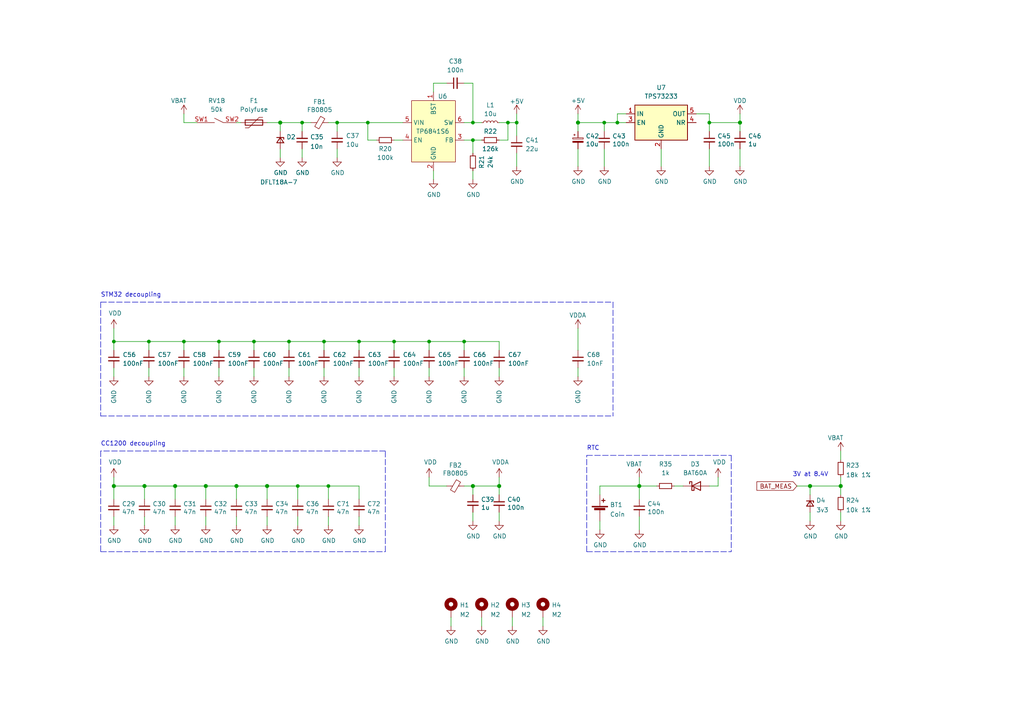
<source format=kicad_sch>
(kicad_sch (version 20211123) (generator eeschema)
  (paper "A4")
  (title_block (title "Mini17 - QRP M17 handheld") (date "2022-07-25") (rev "A") (company "M17 Project"))
  (lib_symbols
    (symbol "Device:Battery_Cell" (pin_numbers hide) (pin_names (offset 0) hide)
      (property "Reference" "BT" (at 2.54 2.54 0))
      (property "Value" "Battery_Cell" (at 2.54 0 0))
      (symbol "Battery_Cell_0_1"
        (rectangle (start -2.286 1.778) (end 2.286 1.524) (fill (type outline)))
        (rectangle (start -1.5748 1.1938) (end 1.4732 0.6858) (fill (type outline)))
        (polyline (pts (xy 0 0.762) (xy 0 0)))
        (polyline (pts (xy 0 1.778) (xy 0 2.54)))
        (polyline (pts (xy 0.508 3.429) (xy 1.524 3.429)) (stroke (width 0.254)))
        (polyline (pts (xy 1.016 3.937) (xy 1.016 2.921)) (stroke (width 0.254)))
      )
      (symbol "Battery_Cell_1_1"
        (pin passive line (at 0 5.08 270) (length 2.54) (name "+") (number "1"))
        (pin passive line (at 0 -2.54 90) (length 2.54) (name "-") (number "2"))
      )
    )
    (symbol "Device:C_Small" (pin_numbers hide) (pin_names (offset 0.254) hide)
      (property "Reference" "C" (at 0.254 1.778 0))
      (property "Value" "C_Small" (at 0.254 -2.032 0))
      (symbol "C_Small_0_1"
        (polyline (pts (xy -1.524 -0.508) (xy 1.524 -0.508)) (stroke (width 0.3302)))
        (polyline (pts (xy -1.524 0.508) (xy 1.524 0.508)) (stroke (width 0.3048)))
      )
      (symbol "C_Small_1_1"
        (pin passive line (at 0 2.54 270) (length 2.032) (name "~") (number "1"))
        (pin passive line (at 0 -2.54 90) (length 2.032) (name "~") (number "2"))
      )
    )
    (symbol "Device:D_Zener_Small" (pin_numbers hide) (pin_names (offset 0.254) hide)
      (property "Reference" "D" (at 0 2.286 0))
      (property "Value" "D_Zener_Small" (at 0 -2.286 0))
      (symbol "D_Zener_Small_0_1"
        (polyline (pts (xy 0.762 0) (xy -0.762 0)))
        (polyline (pts (xy -0.254 1.016) (xy -0.762 1.016) (xy -0.762 -1.016)) (stroke (width 0.254)))
        (polyline (pts (xy 0.762 1.016) (xy -0.762 0) (xy 0.762 -1.016) (xy 0.762 1.016)) (stroke (width 0.254)))
      )
      (symbol "D_Zener_Small_1_1"
        (pin passive line (at -2.54 0 0) (length 1.778) (name "K") (number "1"))
        (pin passive line (at 2.54 0 180) (length 1.778) (name "A") (number "2"))
      )
    )
    (symbol "Device:Ferrite_Bead_Small" (pin_numbers hide) (pin_names (offset 0))
      (property "Reference" "FB" (at 1.905 1.27 0))
      (property "Value" "Ferrite_Bead_Small" (at 1.905 -1.27 0))
      (symbol "Ferrite_Bead_Small_0_1"
        (polyline (pts (xy 0 -1.27) (xy 0 -0.7874)))
        (polyline (pts (xy 0 0.889) (xy 0 1.2954)))
        (polyline (pts (xy -1.8288 0.2794) (xy -1.1176 1.4986) (xy 1.8288 -0.2032) (xy 1.1176 -1.4224) (xy -1.8288 0.2794)))
      )
      (symbol "Ferrite_Bead_Small_1_1"
        (pin passive line (at 0 2.54 270) (length 1.27) (name "~") (number "1"))
        (pin passive line (at 0 -2.54 90) (length 1.27) (name "~") (number "2"))
      )
    )
    (symbol "Device:Polyfuse" (pin_numbers hide) (pin_names (offset 0))
      (property "Reference" "F" (at -2.54 0 90))
      (property "Value" "Polyfuse" (at 2.54 0 90))
      (symbol "Polyfuse_0_1"
        (rectangle (start -0.762 2.54) (end 0.762 -2.54) (stroke (width 0.254)))
        (polyline (pts (xy 0 2.54) (xy 0 -2.54)))
        (polyline (pts (xy -1.524 2.54) (xy -1.524 1.524) (xy 1.524 -1.524) (xy 1.524 -2.54)))
      )
      (symbol "Polyfuse_1_1"
        (pin passive line (at 0 3.81 270) (length 1.27) (name "~") (number "1"))
        (pin passive line (at 0 -3.81 90) (length 1.27) (name "~") (number "2"))
      )
    )
    (symbol "Diode:BAT60A" (pin_numbers hide) (pin_names (offset 1.016) hide)
      (property "Reference" "D" (at 0 2.54 0))
      (property "Value" "BAT60A" (at 0 -2.54 0))
      (symbol "BAT60A_0_1"
        (polyline (pts (xy 1.27 0) (xy -1.27 0)))
        (polyline (pts (xy 1.27 1.27) (xy 1.27 -1.27) (xy -1.27 0) (xy 1.27 1.27)) (stroke (width 0.254)))
        (polyline (pts (xy -1.905 0.635) (xy -1.905 1.27) (xy -1.27 1.27) (xy -1.27 -1.27) (xy -0.635 -1.27) (xy -0.635 -0.635)) (stroke (width 0.254)))
      )
      (symbol "BAT60A_1_1"
        (pin passive line (at -3.81 0 0) (length 2.54) (name "K") (number "1"))
        (pin passive line (at 3.81 0 180) (length 2.54) (name "A") (number "2"))
      )
    )
    (symbol "M17-SmartMic:R_Potentiometer_Switch" (pin_names (offset 1.016) hide)
      (property "Reference" "RV" (at -4.445 0 90))
      (property "Value" "R_Potentiometer_Switch" (at -2.54 0 90))
      (symbol "R_Potentiometer_Switch_1_1"
        (pin passive line (at 0 2.54 270) (length 0.635) (name "1") (number "1"))
        (pin passive line (at 2.54 0 180) (length 0.9906) (name "2") (number "2"))
        (pin passive line (at 0 -2.54 90) (length 0.635) (name "3") (number "3"))
      )
      (symbol "R_Potentiometer_Switch_2_1"
        (polyline (pts (xy 0 2.54) (xy 0 0)) (stroke (width 0.1524)))
        (polyline (pts (xy 0 -3.81) (xy 0 -2.54) (xy 1.27 0)) (stroke (width 0.1524)))
        (pin input line (at 0 5.08 270) (length 2.54) (name "SW") (number "SW1"))
        (pin input line (at 0 -6.35 90) (length 2.54) (name "SW") (number "SW2"))
      )
    )
    (symbol "Mechanical:MountingHole_Pad" (pin_numbers hide) (pin_names (offset 1.016) hide)
      (property "Reference" "H" (at 0 6.35 0))
      (property "Value" "MountingHole_Pad" (at 0 4.445 0))
      (symbol "MountingHole_Pad_0_1"
        (circle (center 0 1.27) (radius 1.27) (stroke (width 1.27)))
      )
      (symbol "MountingHole_Pad_1_1"
        (pin input line (at 0 -2.54 90) (length 2.54) (name "1") (number "1"))
      )
    )
    (symbol "Module17:TP6841S6"
      (property "Reference" "U" (at 0 2.54 0))
      (property "Value" "TP6841S6" (at 0 0 0))
      (symbol "TP6841S6_0_1"
        (rectangle (start -6.35 8.89) (end 6.35 -8.89) (fill (type background)))
      )
      (symbol "TP6841S6_1_1"
        (pin input line (at 0 11.43 270) (length 2.54) (name "BST") (number "1"))
        (pin input line (at 0 -11.43 90) (length 2.54) (name "GND") (number "2"))
        (pin input line (at 8.89 -2.54 180) (length 2.54) (name "FB") (number "3"))
        (pin input line (at -8.89 -2.54 0) (length 2.54) (name "EN") (number "4"))
        (pin input line (at -8.89 2.54 0) (length 2.54) (name "VIN") (number "5"))
        (pin input line (at 8.89 2.54 180) (length 2.54) (name "SW") (number "6"))
      )
    )
    (symbol "Regulator_Linear:TPS73133DBV"
      (property "Reference" "U" (at -6.35 6.35 0))
      (property "Value" "TPS73133DBV" (at 1.27 6.35 0))
      (symbol "TPS73133DBV_0_1"
        (rectangle (start -7.62 -5.08) (end 7.62 5.08) (stroke (width 0.254)) (fill (type background)))
      )
      (symbol "TPS73133DBV_1_1"
        (pin power_in line (at -10.16 2.54 0) (length 2.54) (name "IN") (number "1"))
        (pin power_in line (at 0 -7.62 90) (length 2.54) (name "GND") (number "2"))
        (pin input line (at -10.16 0 0) (length 2.54) (name "EN") (number "3"))
        (pin passive line (at 10.16 0 180) (length 2.54) (name "NR") (number "4"))
        (pin power_out line (at 10.16 2.54 180) (length 2.54) (name "OUT") (number "5"))
      )
    )
    (symbol "pkl_device:pkl_CP_Small" (pin_numbers hide) (pin_names (offset 0.254) hide)
      (property "Reference" "C" (at 0.254 1.778 0))
      (property "Value" "pkl_CP_Small" (at 0.254 -2.032 0))
      (symbol "pkl_CP_Small_0_1"
        (rectangle (start -1.524 -0.3048) (end 1.524 -0.6858) (fill (type outline)))
        (rectangle (start -1.524 0.6858) (end 1.524 0.3048))
        (polyline (pts (xy -1.27 1.524) (xy -0.762 1.524)))
        (polyline (pts (xy -1.016 1.27) (xy -1.016 1.778)))
      )
      (symbol "pkl_CP_Small_1_1"
        (pin passive line (at 0 2.54 270) (length 1.8542) (name "~") (number "1"))
        (pin passive line (at 0 -2.54 90) (length 1.8542) (name "~") (number "2"))
      )
    )
    (symbol "pkl_device:pkl_C_Small" (pin_numbers hide) (pin_names (offset 0.254) hide)
      (property "Reference" "C" (at 0.254 1.778 0))
      (property "Value" "pkl_C_Small" (at 0.254 -2.032 0))
      (symbol "pkl_C_Small_0_1"
        (polyline (pts (xy -1.524 -0.508) (xy 1.524 -0.508)) (stroke (width 0.3302)))
        (polyline (pts (xy -1.524 0.508) (xy 1.524 0.508)) (stroke (width 0.3048)))
      )
      (symbol "pkl_C_Small_1_1"
        (pin passive line (at 0 2.54 270) (length 1.905) (name "~") (number "1"))
        (pin passive line (at 0 -2.54 90) (length 2.032) (name "~") (number "2"))
      )
    )
    (symbol "pkl_device:pkl_L_Small" (pin_numbers hide) (pin_names (offset 0) hide)
      (property "Reference" "L" (at 1.524 1.27 0))
      (property "Value" "pkl_L_Small" (at 1.524 -1.27 0))
      (symbol "pkl_L_Small_0_1"
        (arc (start 0 -2.032) (mid 0.508 -1.524) (end 0 -1.016))
        (arc (start 0 -1.016) (mid 0.508 -0.508) (end 0 0))
        (arc (start 0 0) (mid 0.508 0.508) (end 0 1.016))
        (arc (start 0 1.016) (mid 0.508 1.524) (end 0 2.032))
      )
      (symbol "pkl_L_Small_1_1"
        (pin input line (at 0 -2.54 90) (length 0.508) (name "1") (number "1"))
        (pin input line (at 0 2.54 270) (length 0.508) (name "2") (number "2"))
      )
    )
    (symbol "pkl_device:pkl_R_Small" (pin_numbers hide) (pin_names (offset 0.254) hide)
      (property "Reference" "R" (at 0.762 0.508 0))
      (property "Value" "pkl_R_Small" (at 0.762 -1.016 0))
      (symbol "pkl_R_Small_0_1"
        (rectangle (start -0.762 1.778) (end 0.762 -1.778) (stroke (width 0.2032)))
      )
      (symbol "pkl_R_Small_1_1"
        (pin passive line (at 0 2.54 270) (length 0.762) (name "~") (number "1"))
        (pin passive line (at 0 -2.54 90) (length 0.762) (name "~") (number "2"))
      )
    )
    (symbol "pkl_power:VBAT" (power) (pin_names (offset 0))
      (property "Value" "VBAT" (at 0 3.556 0))
      (symbol "VBAT_0_1"
        (polyline (pts (xy -0.762 1.27) (xy 0 2.54)))
        (polyline (pts (xy 0 0) (xy 0 2.54)))
        (polyline (pts (xy 0 2.54) (xy 0.762 1.27)))
      )
      (symbol "VBAT_1_1"
        (pin power_in line (at 0 0 90) (length 0) hide (name "VBAT") (number "1"))
      )
    )
    (symbol "power:+5V" (power) (pin_names (offset 0))
      (property "Value" "+5V" (at 0 3.556 0))
      (symbol "+5V_0_1"
        (polyline (pts (xy -0.762 1.27) (xy 0 2.54)))
        (polyline (pts (xy 0 0) (xy 0 2.54)))
        (polyline (pts (xy 0 2.54) (xy 0.762 1.27)))
      )
      (symbol "+5V_1_1"
        (pin power_in line (at 0 0 90) (length 0) hide (name "+5V") (number "1"))
      )
    )
    (symbol "power:GND" (power) (pin_names (offset 0))
      (property "Value" "GND" (at 0 -3.81 0))
      (symbol "GND_0_1"
        (polyline (pts (xy 0 0) (xy 0 -1.27) (xy 1.27 -1.27) (xy 0 -2.54) (xy -1.27 -1.27) (xy 0 -1.27)))
      )
      (symbol "GND_1_1"
        (pin power_in line (at 0 0 270) (length 0) hide (name "GND") (number "1"))
      )
    )
    (symbol "power:VDD" (power) (pin_names (offset 0))
      (property "Value" "VDD" (at 0 3.81 0))
      (symbol "VDD_0_1"
        (polyline (pts (xy -0.762 1.27) (xy 0 2.54)))
        (polyline (pts (xy 0 0) (xy 0 2.54)))
        (polyline (pts (xy 0 2.54) (xy 0.762 1.27)))
      )
      (symbol "VDD_1_1"
        (pin power_in line (at 0 0 90) (length 0) hide (name "VDD") (number "1"))
      )
    )
    (symbol "power:VDDA" (power) (pin_names (offset 0))
      (property "Value" "VDDA" (at 0 3.81 0))
      (symbol "VDDA_0_1"
        (polyline (pts (xy -0.762 1.27) (xy 0 2.54)))
        (polyline (pts (xy 0 0) (xy 0 2.54)))
        (polyline (pts (xy 0 2.54) (xy 0.762 1.27)))
      )
      (symbol "VDDA_1_1"
        (pin power_in line (at 0 0 90) (length 0) hide (name "VDDA") (number "1"))
      )
    )
  )
  (junction (at 104.14 99.06))
  (junction (at 243.84 140.97) (diameter 1.016))
  (junction (at 114.3 99.06))
  (junction (at 149.86 35.56))
  (junction (at 137.16 35.56))
  (junction (at 43.18 99.06))
  (junction (at 86.36 140.97))
  (junction (at 214.63 35.56) (diameter 1.016))
  (junction (at 97.79 35.56))
  (junction (at 77.47 140.97) (diameter 1.016))
  (junction (at 95.25 140.97))
  (junction (at 81.28 35.56) (diameter 1.016))
  (junction (at 106.68 35.56))
  (junction (at 185.42 140.97) (diameter 1.016))
  (junction (at 147.32 35.56))
  (junction (at 137.16 40.64))
  (junction (at 124.46 99.06))
  (junction (at 73.66 99.06))
  (junction (at 179.07 35.56))
  (junction (at 59.69 140.97) (diameter 1.016))
  (junction (at 205.74 35.56))
  (junction (at 234.95 140.97) (diameter 1.016))
  (junction (at 175.26 35.56))
  (junction (at 134.62 99.06))
  (junction (at 93.98 99.06))
  (junction (at 41.91 140.97) (diameter 1.016))
  (junction (at 33.02 99.06))
  (junction (at 63.5 99.06))
  (junction (at 144.78 140.97) (diameter 1.016))
  (junction (at 137.16 140.97) (diameter 1.016))
  (junction (at 167.64 35.56) (diameter 1.016))
  (junction (at 83.82 99.06))
  (junction (at 68.58 140.97) (diameter 1.016))
  (junction (at 50.8 140.97) (diameter 1.016))
  (junction (at 33.02 140.97) (diameter 1.016))
  (junction (at 53.34 99.06))
  (junction (at 87.63 35.56))
  (wire (pts (xy 137.16 35.56) (xy 137.16 24.13)))
  (wire (pts (xy 149.86 44.45) (xy 149.86 48.26)))
  (wire (pts (xy 201.93 33.02) (xy 205.74 33.02)))
  (wire (pts (xy 144.78 40.64) (xy 147.32 40.64)))
  (wire (pts (xy 63.5 101.6) (xy 63.5 99.06)))
  (wire (pts (xy 137.16 40.64) (xy 137.16 44.45)))
  (wire (pts (xy 205.74 35.56) (xy 214.63 35.56)))
  (wire (pts (xy 147.32 35.56) (xy 149.86 35.56)))
  (wire (pts (xy 157.48 179.07) (xy 157.48 181.61)))
  (wire (pts (xy 41.91 140.97) (xy 41.91 144.78)))
  (wire (pts (xy 77.47 35.56) (xy 81.28 35.56)))
  (wire (pts (xy 214.63 43.18) (xy 214.63 48.26)))
  (wire (pts (xy 81.28 35.56) (xy 87.63 35.56)))
  (wire (pts (xy 137.16 24.13) (xy 134.62 24.13)))
  (wire (pts (xy 179.07 35.56) (xy 181.61 35.56)))
  (wire (pts (xy 33.02 138.43) (xy 33.02 140.97)))
  (wire (pts (xy 33.02 106.68) (xy 33.02 109.22)))
  (wire (pts (xy 33.02 140.97) (xy 41.91 140.97)))
  (wire (pts (xy 185.42 149.86) (xy 185.42 153.67)))
  (polyline (pts (xy 29.21 87.63) (xy 177.8 87.63)))
  (wire (pts (xy 144.78 35.56) (xy 147.32 35.56)))
  (wire (pts (xy 185.42 140.97) (xy 190.5 140.97)))
  (wire (pts (xy 134.62 101.6) (xy 134.62 99.06)))
  (wire (pts (xy 173.99 143.51) (xy 173.99 140.97)))
  (wire (pts (xy 53.34 33.02) (xy 53.34 35.56)))
  (wire (pts (xy 63.5 106.68) (xy 63.5 109.22)))
  (wire (pts (xy 129.54 24.13) (xy 125.73 24.13)))
  (polyline (pts (xy 111.76 160.02) (xy 111.76 130.81)))
  (wire (pts (xy 83.82 106.68) (xy 83.82 109.22)))
  (wire (pts (xy 33.02 101.6) (xy 33.02 99.06)))
  (wire (pts (xy 97.79 43.18) (xy 97.79 45.72)))
  (wire (pts (xy 43.18 106.68) (xy 43.18 109.22)))
  (wire (pts (xy 134.62 40.64) (xy 137.16 40.64)))
  (wire (pts (xy 214.63 35.56) (xy 214.63 38.1)))
  (wire (pts (xy 175.26 35.56) (xy 179.07 35.56)))
  (wire (pts (xy 243.84 130.81) (xy 243.84 133.35)))
  (wire (pts (xy 167.64 43.18) (xy 167.64 48.26)))
  (wire (pts (xy 73.66 101.6) (xy 73.66 99.06)))
  (wire (pts (xy 205.74 33.02) (xy 205.74 35.56)))
  (wire (pts (xy 77.47 140.97) (xy 77.47 144.78)))
  (polyline (pts (xy 29.21 120.65) (xy 177.8 120.65)))
  (wire (pts (xy 95.25 35.56) (xy 97.79 35.56)))
  (polyline (pts (xy 29.21 160.02) (xy 111.76 160.02)))
  (wire (pts (xy 134.62 140.97) (xy 137.16 140.97)))
  (wire (pts (xy 185.42 140.97) (xy 185.42 144.78)))
  (wire (pts (xy 114.3 101.6) (xy 114.3 99.06)))
  (wire (pts (xy 104.14 101.6) (xy 104.14 99.06)))
  (polyline (pts (xy 170.18 160.02) (xy 212.09 160.02)))
  (wire (pts (xy 104.14 106.68) (xy 104.14 109.22)))
  (wire (pts (xy 149.86 33.02) (xy 149.86 35.56)))
  (polyline (pts (xy 212.09 132.08) (xy 212.09 160.02)))
  (wire (pts (xy 214.63 35.56) (xy 214.63 33.02)))
  (wire (pts (xy 234.95 140.97) (xy 243.84 140.97)))
  (polyline (pts (xy 29.21 130.81) (xy 29.21 160.02)))
  (wire (pts (xy 116.84 35.56) (xy 106.68 35.56)))
  (wire (pts (xy 81.28 35.56) (xy 81.28 38.1)))
  (wire (pts (xy 144.78 140.97) (xy 144.78 143.51)))
  (wire (pts (xy 43.18 101.6) (xy 43.18 99.06)))
  (wire (pts (xy 68.58 35.56) (xy 69.85 35.56)))
  (wire (pts (xy 43.18 99.06) (xy 53.34 99.06)))
  (wire (pts (xy 134.62 106.68) (xy 134.62 109.22)))
  (polyline (pts (xy 29.21 87.63) (xy 29.21 120.65)))
  (wire (pts (xy 179.07 33.02) (xy 179.07 35.56)))
  (wire (pts (xy 83.82 99.06) (xy 93.98 99.06)))
  (wire (pts (xy 87.63 43.18) (xy 87.63 45.72)))
  (wire (pts (xy 124.46 140.97) (xy 124.46 138.43)))
  (wire (pts (xy 53.34 106.68) (xy 53.34 109.22)))
  (wire (pts (xy 205.74 43.18) (xy 205.74 48.26)))
  (wire (pts (xy 87.63 35.56) (xy 90.17 35.56)))
  (wire (pts (xy 134.62 99.06) (xy 124.46 99.06)))
  (wire (pts (xy 114.3 99.06) (xy 124.46 99.06)))
  (wire (pts (xy 234.95 143.51) (xy 234.95 140.97)))
  (wire (pts (xy 175.26 43.18) (xy 175.26 48.26)))
  (wire (pts (xy 68.58 140.97) (xy 77.47 140.97)))
  (wire (pts (xy 73.66 99.06) (xy 83.82 99.06)))
  (wire (pts (xy 95.25 149.86) (xy 95.25 152.4)))
  (wire (pts (xy 59.69 140.97) (xy 59.69 144.78)))
  (wire (pts (xy 33.02 144.78) (xy 33.02 140.97)))
  (wire (pts (xy 208.28 138.43) (xy 208.28 140.97)))
  (wire (pts (xy 130.81 179.07) (xy 130.81 181.61)))
  (wire (pts (xy 93.98 106.68) (xy 93.98 109.22)))
  (wire (pts (xy 59.69 149.86) (xy 59.69 152.4)))
  (wire (pts (xy 83.82 101.6) (xy 83.82 99.06)))
  (wire (pts (xy 195.58 140.97) (xy 198.12 140.97)))
  (wire (pts (xy 191.77 43.18) (xy 191.77 48.26)))
  (wire (pts (xy 95.25 140.97) (xy 95.25 144.78)))
  (wire (pts (xy 41.91 149.86) (xy 41.91 152.4)))
  (wire (pts (xy 185.42 138.43) (xy 185.42 140.97)))
  (wire (pts (xy 144.78 148.59) (xy 144.78 151.13)))
  (wire (pts (xy 53.34 99.06) (xy 63.5 99.06)))
  (wire (pts (xy 106.68 35.56) (xy 106.68 40.64)))
  (polyline (pts (xy 111.76 130.81) (xy 29.21 130.81)))
  (polyline (pts (xy 170.18 160.02) (xy 170.18 132.08)))
  (wire (pts (xy 148.59 179.07) (xy 148.59 181.61)))
  (wire (pts (xy 73.66 106.68) (xy 73.66 109.22)))
  (wire (pts (xy 124.46 106.68) (xy 124.46 109.22)))
  (wire (pts (xy 50.8 149.86) (xy 50.8 152.4)))
  (wire (pts (xy 114.3 40.64) (xy 116.84 40.64)))
  (wire (pts (xy 181.61 33.02) (xy 179.07 33.02)))
  (wire (pts (xy 104.14 140.97) (xy 95.25 140.97)))
  (wire (pts (xy 137.16 35.56) (xy 139.7 35.56)))
  (wire (pts (xy 125.73 49.53) (xy 125.73 52.07)))
  (wire (pts (xy 59.69 140.97) (xy 68.58 140.97)))
  (wire (pts (xy 93.98 101.6) (xy 93.98 99.06)))
  (wire (pts (xy 114.3 106.68) (xy 114.3 109.22)))
  (wire (pts (xy 243.84 140.97) (xy 243.84 143.51)))
  (wire (pts (xy 205.74 35.56) (xy 205.74 38.1)))
  (wire (pts (xy 86.36 140.97) (xy 86.36 144.78)))
  (wire (pts (xy 97.79 35.56) (xy 106.68 35.56)))
  (wire (pts (xy 205.74 140.97) (xy 208.28 140.97)))
  (wire (pts (xy 167.64 106.68) (xy 167.64 109.22)))
  (wire (pts (xy 234.95 148.59) (xy 234.95 151.13)))
  (wire (pts (xy 50.8 140.97) (xy 59.69 140.97)))
  (wire (pts (xy 144.78 106.68) (xy 144.78 109.22)))
  (wire (pts (xy 53.34 35.56) (xy 57.15 35.56)))
  (wire (pts (xy 77.47 149.86) (xy 77.47 152.4)))
  (wire (pts (xy 147.32 35.56) (xy 147.32 40.64)))
  (wire (pts (xy 173.99 140.97) (xy 185.42 140.97)))
  (wire (pts (xy 93.98 99.06) (xy 104.14 99.06)))
  (wire (pts (xy 104.14 144.78) (xy 104.14 140.97)))
  (wire (pts (xy 144.78 140.97) (xy 144.78 138.43)))
  (wire (pts (xy 137.16 148.59) (xy 137.16 151.13)))
  (wire (pts (xy 231.14 140.97) (xy 234.95 140.97)))
  (wire (pts (xy 97.79 35.56) (xy 97.79 38.1)))
  (wire (pts (xy 68.58 149.86) (xy 68.58 152.4)))
  (wire (pts (xy 68.58 140.97) (xy 68.58 144.78)))
  (wire (pts (xy 167.64 95.25) (xy 167.64 101.6)))
  (wire (pts (xy 104.14 99.06) (xy 114.3 99.06)))
  (wire (pts (xy 139.7 179.07) (xy 139.7 181.61)))
  (wire (pts (xy 33.02 99.06) (xy 43.18 99.06)))
  (wire (pts (xy 33.02 149.86) (xy 33.02 152.4)))
  (wire (pts (xy 106.68 40.64) (xy 109.22 40.64)))
  (wire (pts (xy 33.02 95.25) (xy 33.02 99.06)))
  (wire (pts (xy 41.91 140.97) (xy 50.8 140.97)))
  (wire (pts (xy 95.25 140.97) (xy 86.36 140.97)))
  (wire (pts (xy 63.5 99.06) (xy 73.66 99.06)))
  (wire (pts (xy 129.54 140.97) (xy 124.46 140.97)))
  (wire (pts (xy 124.46 99.06) (xy 124.46 101.6)))
  (wire (pts (xy 149.86 35.56) (xy 149.86 39.37)))
  (wire (pts (xy 167.64 35.56) (xy 167.64 38.1)))
  (wire (pts (xy 137.16 49.53) (xy 137.16 52.07)))
  (wire (pts (xy 144.78 99.06) (xy 134.62 99.06)))
  (wire (pts (xy 175.26 35.56) (xy 167.64 35.56)))
  (wire (pts (xy 125.73 24.13) (xy 125.73 26.67)))
  (polyline (pts (xy 170.18 132.08) (xy 212.09 132.08)))
  (wire (pts (xy 87.63 35.56) (xy 87.63 38.1)))
  (wire (pts (xy 167.64 35.56) (xy 167.64 33.02)))
  (wire (pts (xy 81.28 43.18) (xy 81.28 45.72)))
  (wire (pts (xy 173.99 151.13) (xy 173.99 153.67)))
  (wire (pts (xy 134.62 35.56) (xy 137.16 35.56)))
  (wire (pts (xy 137.16 140.97) (xy 137.16 143.51)))
  (wire (pts (xy 144.78 99.06) (xy 144.78 101.6)))
  (wire (pts (xy 77.47 140.97) (xy 86.36 140.97)))
  (wire (pts (xy 243.84 148.59) (xy 243.84 151.13)))
  (wire (pts (xy 50.8 140.97) (xy 50.8 144.78)))
  (wire (pts (xy 175.26 35.56) (xy 175.26 38.1)))
  (wire (pts (xy 104.14 149.86) (xy 104.14 152.4)))
  (wire (pts (xy 86.36 149.86) (xy 86.36 152.4)))
  (wire (pts (xy 137.16 140.97) (xy 144.78 140.97)))
  (wire (pts (xy 53.34 101.6) (xy 53.34 99.06)))
  (polyline (pts (xy 177.8 87.63) (xy 177.8 120.65)))
  (wire (pts (xy 137.16 40.64) (xy 139.7 40.64)))
  (wire (pts (xy 243.84 138.43) (xy 243.84 140.97)))
  (text "3V at 8.4V" (at 229.87 138.43 0) (effects (font (size 1.27 1.27)) (justify left bottom)))
  (text "RTC" (at 170.18 130.81 0) (effects (font (size 1.27 1.27)) (justify left bottom)))
  (text "CC1200 decoupling" (at 29.21 129.54 0) (effects (font (size 1.27 1.27)) (justify left bottom)))
  (text "STM32 decoupling" (at 29.21 86.36 0) (effects (font (size 1.27 1.27)) (justify left bottom)))
  (global_label "BAT_MEAS" (shape input) (at 231.14 140.97 180) (property "Intersheet References" "${INTERSHEET_REFS}" (effects hide)))
  (symbol (lib_id "pkl_device:pkl_R_Small") (at 111.76 40.64 90) (unit 1)
    (property "Reference" "R20" (at 111.76 43.18 90))
    (property "Value" "100k" (at 111.76 45.72 90))
    (property "Footprint" "Resistor_SMD:R_0402_1005Metric" (effects hide))
  )
  (symbol (lib_id "Device:D_Zener_Small") (at 81.28 40.64 270) (unit 1)
    (property "Reference" "D2" (at 83.0581 39.7315 90) (effects (justify left)))
    (property "Value" "DFLT18A-7 " (at 75.438 52.832 90) (effects (justify left)))
    (property "Footprint" "Diode_SMD:D_SOD-128" (effects hide))
  )
  (symbol (lib_id "pkl_device:pkl_C_Small") (at 41.91 147.32 0) (unit 1)
    (property "Reference" "C30" (at 44.2468 146.1516 0) (effects (justify left)))
    (property "Value" "47n" (at 44.2468 148.463 0) (effects (justify left)))
    (property "Footprint" "Capacitor_SMD:C_0402_1005Metric" (effects hide))
  )
  (symbol (lib_id "pkl_device:pkl_C_Small") (at 175.26 40.64 0) (unit 1)
    (property "Reference" "C43" (at 177.5968 39.4716 0) (effects (justify left)))
    (property "Value" "100n" (at 177.5968 41.783 0) (effects (justify left)))
    (property "Footprint" "Capacitor_SMD:C_0402_1005Metric" (effects hide))
  )
  (symbol (lib_id "power:VDD") (at 33.02 138.43 0) (unit 1)
    (property "Reference" "#PWR0170" (effects hide))
    (property "Value" "VDD" (at 33.401 134.0358 0))
  )
  (symbol (lib_id "pkl_device:pkl_C_Small") (at 50.8 147.32 0) (unit 1)
    (property "Reference" "C31" (at 53.1368 146.1516 0) (effects (justify left)))
    (property "Value" "47n" (at 53.1368 148.463 0) (effects (justify left)))
    (property "Footprint" "Capacitor_SMD:C_0402_1005Metric" (effects hide))
  )
  (symbol (lib_id "Device:C_Small") (at 83.82 104.14 0) (unit 1)
    (property "Reference" "C61" (at 86.36 102.8762 0) (effects (justify left)))
    (property "Value" "100nF" (at 86.36 105.4162 0) (effects (justify left)))
    (property "Footprint" "Capacitor_SMD:C_0402_1005Metric" (effects hide))
  )
  (symbol (lib_id "pkl_device:pkl_C_Small") (at 185.42 147.32 0) (unit 1) (in_bom no) (on_board no)
    (property "Reference" "C44" (at 187.7568 146.1516 0) (effects (justify left)))
    (property "Value" "100n" (at 187.7568 148.463 0) (effects (justify left)))
    (property "Footprint" "pkl_dipol:C_0603" (effects hide))
  )
  (symbol (lib_id "pkl_power:VBAT") (at 53.34 33.02 0) (unit 1)
    (property "Reference" "#PWR0193" (effects hide))
    (property "Value" "MAIN_BAT" (at 49.53 29.21 0) (effects (justify left)))
  )
  (symbol (lib_id "pkl_device:pkl_C_Small") (at 68.58 147.32 0) (unit 1)
    (property "Reference" "C33" (at 70.9168 146.1516 0) (effects (justify left)))
    (property "Value" "47n" (at 70.9168 148.463 0) (effects (justify left)))
    (property "Footprint" "Capacitor_SMD:C_0402_1005Metric" (effects hide))
  )
  (symbol (lib_id "power:GND") (at 167.64 109.22 0) (unit 1)
    (property "Reference" "#PWR0209" (effects hide))
    (property "Value" "GND" (at 167.6399 113.03 90) (effects (justify right)))
  )
  (symbol (lib_id "pkl_device:pkl_C_Small") (at 137.16 146.05 0) (unit 1)
    (property "Reference" "C39" (at 139.4968 144.8816 0) (effects (justify left)))
    (property "Value" "1u" (at 139.4968 147.193 0) (effects (justify left)))
    (property "Footprint" "Capacitor_SMD:C_0402_1005Metric" (effects hide))
  )
  (symbol (lib_id "power:GND") (at 83.82 109.22 0) (unit 1)
    (property "Reference" "#PWR0201" (effects hide))
    (property "Value" "GND" (at 83.8199 113.03 90) (effects (justify right)))
  )
  (symbol (lib_id "power:GND") (at 53.34 109.22 0) (unit 1)
    (property "Reference" "#PWR0206" (effects hide))
    (property "Value" "GND" (at 53.3399 113.03 90) (effects (justify right)))
  )
  (symbol (lib_id "power:GND") (at 104.14 152.4 0) (unit 1)
    (property "Reference" "#PWR0208" (effects hide))
    (property "Value" "GND" (at 104.267 156.7942 0))
  )
  (symbol (lib_id "Device:Ferrite_Bead_Small") (at 92.71 35.56 270) (unit 1)
    (property "Reference" "FB1" (at 92.71 29.5402 90))
    (property "Value" "FB0805" (at 92.71 31.8516 90))
    (property "Footprint" "Fuse:Fuse_0805_2012Metric" (effects hide))
  )
  (symbol (lib_id "power:GND") (at 175.26 48.26 0) (unit 1)
    (property "Reference" "#PWR0176" (effects hide))
    (property "Value" "GND" (at 175.387 52.6542 0))
  )
  (symbol (lib_id "power:GND") (at 130.81 181.61 0) (unit 1)
    (property "Reference" "#PWR0160" (effects hide))
    (property "Value" "GND" (at 130.937 186.0042 0))
  )
  (symbol (lib_id "Device:Battery_Cell") (at 173.99 148.59 0) (unit 1) (in_bom no) (on_board no)
    (property "Reference" "BT1" (at 176.9111 146.4115 0) (effects (justify left)))
    (property "Value" "Coin" (at 176.9111 149.1866 0) (effects (justify left)))
    (property "Footprint" "Battery:BatteryHolder_Keystone_3000_1x12mm" (effects hide))
  )
  (symbol (lib_id "power:GND") (at 124.46 109.22 0) (unit 1)
    (property "Reference" "#PWR0211" (effects hide))
    (property "Value" "GND" (at 124.4599 113.03 90) (effects (justify right)))
  )
  (symbol (lib_id "power:GND") (at 137.16 151.13 0) (unit 1)
    (property "Reference" "#PWR0181" (effects hide))
    (property "Value" "GND" (at 137.287 155.5242 0))
  )
  (symbol (lib_id "power:GND") (at 167.64 48.26 0) (unit 1)
    (property "Reference" "#PWR0177" (effects hide))
    (property "Value" "GND" (at 167.767 52.6542 0))
  )
  (symbol (lib_id "Mechanical:MountingHole_Pad") (at 148.59 176.53 0) (unit 1)
    (property "Reference" "H3" (at 151.1301 175.4945 0) (effects (justify left)))
    (property "Value" "M2" (at 151.1301 178.2696 0) (effects (justify left)))
    (property "Footprint" "MountingHole:MountingHole_2.2mm_M2_DIN965_Pad" (effects hide))
  )
  (symbol (lib_id "power:GND") (at 33.02 152.4 0) (unit 1)
    (property "Reference" "#PWR0172" (effects hide))
    (property "Value" "GND" (at 33.147 156.7942 0))
  )
  (symbol (lib_id "power:GND") (at 33.02 109.22 0) (unit 1)
    (property "Reference" "#PWR0205" (effects hide))
    (property "Value" "GND" (at 33.0199 113.03 90) (effects (justify right)))
  )
  (symbol (lib_id "power:GND") (at 104.14 109.22 0) (unit 1)
    (property "Reference" "#PWR0199" (effects hide))
    (property "Value" "GND" (at 104.1399 113.03 90) (effects (justify right)))
  )
  (symbol (lib_id "power:GND") (at 191.77 48.26 0) (unit 1)
    (property "Reference" "#PWR0175" (effects hide))
    (property "Value" "GND" (at 191.897 52.6542 0))
  )
  (symbol (lib_id "pkl_device:pkl_C_Small") (at 77.47 147.32 0) (unit 1)
    (property "Reference" "C34" (at 79.8068 146.1516 0) (effects (justify left)))
    (property "Value" "47n" (at 79.8068 148.463 0) (effects (justify left)))
    (property "Footprint" "Capacitor_SMD:C_0402_1005Metric" (effects hide))
  )
  (symbol (lib_id "power:GND") (at 234.95 151.13 0) (unit 1)
    (property "Reference" "#PWR0187" (effects hide))
    (property "Value" "GND" (at 235.077 155.5242 0))
  )
  (symbol (lib_id "power:GND") (at 93.98 109.22 0) (unit 1)
    (property "Reference" "#PWR0200" (effects hide))
    (property "Value" "GND" (at 93.9799 113.03 90) (effects (justify right)))
  )
  (symbol (lib_id "power:GND") (at 125.73 52.07 0) (unit 1)
    (property "Reference" "#PWR0165" (effects hide))
    (property "Value" "GND" (at 125.857 56.4642 0))
  )
  (symbol (lib_id "pkl_device:pkl_CP_Small") (at 167.64 40.64 0) (unit 1)
    (property "Reference" "C42" (at 169.8752 39.4716 0) (effects (justify left)))
    (property "Value" "10u" (at 169.8752 41.783 0) (effects (justify left)))
    (property "Footprint" "Capacitor_Tantalum_SMD:CP_EIA-3216-18_Kemet-A" (effects hide))
  )
  (symbol (lib_id "power:GND") (at 68.58 152.4 0) (unit 1)
    (property "Reference" "#PWR0185" (effects hide))
    (property "Value" "GND" (at 68.707 156.7942 0))
  )
  (symbol (lib_id "pkl_device:pkl_R_Small") (at 243.84 146.05 0) (unit 1)
    (property "Reference" "R24" (at 245.3387 145.1415 0) (effects (justify left)))
    (property "Value" "10k 1%" (at 245.3387 147.9166 0) (effects (justify left)))
    (property "Footprint" "Resistor_SMD:R_0402_1005Metric" (effects hide))
  )
  (symbol (lib_id "power:GND") (at 77.47 152.4 0) (unit 1)
    (property "Reference" "#PWR0183" (effects hide))
    (property "Value" "GND" (at 77.597 156.7942 0))
  )
  (symbol (lib_id "Device:C_Small") (at 93.98 104.14 0) (unit 1)
    (property "Reference" "C62" (at 96.52 102.8762 0) (effects (justify left)))
    (property "Value" "100nF" (at 96.52 105.4162 0) (effects (justify left)))
    (property "Footprint" "Capacitor_SMD:C_0402_1005Metric" (effects hide))
  )
  (symbol (lib_id "power:GND") (at 205.74 48.26 0) (unit 1)
    (property "Reference" "#PWR0180" (effects hide))
    (property "Value" "GND" (at 205.867 52.6542 0))
  )
  (symbol (lib_id "Device:C_Small") (at 63.5 104.14 0) (unit 1)
    (property "Reference" "C59" (at 66.04 102.8762 0) (effects (justify left)))
    (property "Value" "100nF" (at 66.04 105.4162 0) (effects (justify left)))
    (property "Footprint" "Capacitor_SMD:C_0402_1005Metric" (effects hide))
  )
  (symbol (lib_id "Device:C_Small") (at 73.66 104.14 0) (unit 1)
    (property "Reference" "C60" (at 76.2 102.8762 0) (effects (justify left)))
    (property "Value" "100nF" (at 76.2 105.4162 0) (effects (justify left)))
    (property "Footprint" "Capacitor_SMD:C_0402_1005Metric" (effects hide))
  )
  (symbol (lib_id "pkl_device:pkl_C_Small") (at 214.63 40.64 0) (unit 1)
    (property "Reference" "C46" (at 216.9668 39.4716 0) (effects (justify left)))
    (property "Value" "1u" (at 216.9668 41.783 0) (effects (justify left)))
    (property "Footprint" "Capacitor_SMD:C_0402_1005Metric" (effects hide))
  )
  (symbol (lib_id "pkl_device:pkl_C_Small") (at 86.36 147.32 0) (unit 1)
    (property "Reference" "C36" (at 88.6968 146.1516 0) (effects (justify left)))
    (property "Value" "47n" (at 88.6968 148.463 0) (effects (justify left)))
    (property "Footprint" "Capacitor_SMD:C_0402_1005Metric" (effects hide))
  )
  (symbol (lib_id "Device:C_Small") (at 43.18 104.14 0) (unit 1)
    (property "Reference" "C57" (at 45.72 102.8762 0) (effects (justify left)))
    (property "Value" "100nF" (at 45.72 105.4162 0) (effects (justify left)))
    (property "Footprint" "Capacitor_SMD:C_0402_1005Metric" (effects hide))
  )
  (symbol (lib_id "Device:C_Small") (at 167.64 104.14 0) (unit 1)
    (property "Reference" "C68" (at 170.18 102.8762 0) (effects (justify left)))
    (property "Value" "10nF" (at 170.18 105.4162 0) (effects (justify left)))
    (property "Footprint" "Capacitor_SMD:C_0402_1005Metric" (effects hide))
  )
  (symbol (lib_id "pkl_power:VBAT") (at 243.84 130.81 0) (unit 1)
    (property "Reference" "#PWR0189" (effects hide))
    (property "Value" "MAIN_BAT" (at 240.03 127 0) (effects (justify left)))
  )
  (symbol (lib_id "power:GND") (at 59.69 152.4 0) (unit 1)
    (property "Reference" "#PWR0169" (effects hide))
    (property "Value" "GND" (at 59.817 156.7942 0))
  )
  (symbol (lib_id "Regulator_Linear:TPS73133DBV") (at 191.77 35.56 0) (unit 1)
    (property "Reference" "U7" (at 191.77 25.4 0))
    (property "Value" "TPS73233" (at 191.77 27.94 0))
    (property "Footprint" "Package_TO_SOT_SMD:SOT-23-5" (effects hide))
    (property "Datasheet" "http://www.ti.com/lit/ds/symlink/tps731.pdf" (effects hide))
  )
  (symbol (lib_id "power:GND") (at 81.28 45.72 0) (unit 1)
    (property "Reference" "#PWR0192" (effects hide))
    (property "Value" "GND" (at 81.407 50.1142 0))
  )
  (symbol (lib_id "pkl_device:pkl_C_Small") (at 144.78 146.05 0) (unit 1)
    (property "Reference" "C40" (at 147.1168 144.8816 0) (effects (justify left)))
    (property "Value" "100n" (at 147.1168 147.193 0) (effects (justify left)))
    (property "Footprint" "Capacitor_SMD:C_0402_1005Metric" (effects hide))
  )
  (symbol (lib_id "Device:C_Small") (at 134.62 104.14 0) (unit 1)
    (property "Reference" "C66" (at 137.16 102.8762 0) (effects (justify left)))
    (property "Value" "100nF" (at 137.16 105.4162 0) (effects (justify left)))
    (property "Footprint" "Capacitor_SMD:C_0402_1005Metric" (effects hide))
  )
  (symbol (lib_id "power:GND") (at 86.36 152.4 0) (unit 1)
    (property "Reference" "#PWR0184" (effects hide))
    (property "Value" "GND" (at 86.487 156.7942 0))
  )
  (symbol (lib_id "power:GND") (at 149.86 48.26 0) (unit 1)
    (property "Reference" "#PWR0168" (effects hide))
    (property "Value" "GND" (at 149.987 52.6542 0))
  )
  (symbol (lib_id "Mechanical:MountingHole_Pad") (at 130.81 176.53 0) (unit 1)
    (property "Reference" "H1" (at 133.3501 175.4945 0) (effects (justify left)))
    (property "Value" "M2" (at 133.3501 178.2696 0) (effects (justify left)))
    (property "Footprint" "MountingHole:MountingHole_2.2mm_M2_DIN965_Pad" (effects hide))
  )
  (symbol (lib_id "Device:C_Small") (at 53.34 104.14 0) (unit 1)
    (property "Reference" "C58" (at 55.88 102.8762 0) (effects (justify left)))
    (property "Value" "100nF" (at 55.88 105.4162 0) (effects (justify left)))
    (property "Footprint" "Capacitor_SMD:C_0402_1005Metric" (effects hide))
  )
  (symbol (lib_id "pkl_device:pkl_R_Small") (at 193.04 140.97 90) (unit 1)
    (property "Reference" "R35" (at 193.04 134.62 90))
    (property "Value" "1k" (at 193.04 137.16 90))
    (property "Footprint" "Resistor_SMD:R_0402_1005Metric" (effects hide))
  )
  (symbol (lib_id "pkl_device:pkl_C_Small") (at 149.86 41.91 0) (unit 1)
    (property "Reference" "C41" (at 152.4 40.6462 0) (effects (justify left)))
    (property "Value" "22u" (at 152.4 43.1862 0) (effects (justify left)))
    (property "Footprint" "Capacitor_SMD:C_1210_3225Metric" (effects hide))
  )
  (symbol (lib_id "pkl_device:pkl_L_Small") (at 142.24 35.56 90) (unit 1)
    (property "Reference" "L1" (at 142.24 30.48 90))
    (property "Value" "10u" (at 142.24 33.02 90))
    (property "Footprint" "Inductor_SMD:L_Vishay_IHLP-2525" (effects hide))
    (property "Partno" "IHLP2525CZER100M01" (effects hide))
  )
  (symbol (lib_id "power:VDD") (at 214.63 33.02 0) (unit 1)
    (property "Reference" "#PWR0174" (effects hide))
    (property "Value" "VDD" (at 214.63 29.21 0))
  )
  (symbol (lib_id "Device:C_Small") (at 104.14 104.14 0) (unit 1)
    (property "Reference" "C63" (at 106.68 102.8762 0) (effects (justify left)))
    (property "Value" "100nF" (at 106.68 105.4162 0) (effects (justify left)))
    (property "Footprint" "Capacitor_SMD:C_0402_1005Metric" (effects hide))
  )
  (symbol (lib_id "power:GND") (at 157.48 181.61 0) (unit 1)
    (property "Reference" "#PWR0161" (effects hide))
    (property "Value" "GND" (at 157.607 186.0042 0))
  )
  (symbol (lib_id "power:GND") (at 50.8 152.4 0) (unit 1)
    (property "Reference" "#PWR0171" (effects hide))
    (property "Value" "GND" (at 50.927 156.7942 0))
  )
  (symbol (lib_id "Mechanical:MountingHole_Pad") (at 157.48 176.53 0) (unit 1)
    (property "Reference" "H4" (at 160.0201 175.4945 0) (effects (justify left)))
    (property "Value" "M2" (at 160.0201 178.2696 0) (effects (justify left)))
    (property "Footprint" "MountingHole:MountingHole_2.2mm_M2_DIN965_Pad" (effects hide))
  )
  (symbol (lib_id "power:GND") (at 87.63 45.72 0) (unit 1)
    (property "Reference" "#PWR0191" (effects hide))
    (property "Value" "GND" (at 87.757 50.1142 0))
  )
  (symbol (lib_id "power:GND") (at 139.7 181.61 0) (unit 1)
    (property "Reference" "#PWR0159" (effects hide))
    (property "Value" "GND" (at 139.827 186.0042 0))
  )
  (symbol (lib_id "pkl_device:pkl_R_Small") (at 142.24 40.64 90) (unit 1)
    (property "Reference" "R22" (at 142.24 38.1 90))
    (property "Value" "126k" (at 142.24 43.18 90))
    (property "Footprint" "Resistor_SMD:R_0402_1005Metric" (effects hide))
  )
  (symbol (lib_id "power:GND") (at 63.5 109.22 0) (unit 1)
    (property "Reference" "#PWR0207" (effects hide))
    (property "Value" "GND" (at 63.4999 113.03 90) (effects (justify right)))
  )
  (symbol (lib_id "Mechanical:MountingHole_Pad") (at 139.7 176.53 0) (unit 1)
    (property "Reference" "H2" (at 142.2401 175.4945 0) (effects (justify left)))
    (property "Value" "M2" (at 142.2401 178.2696 0) (effects (justify left)))
    (property "Footprint" "MountingHole:MountingHole_2.2mm_M2_DIN965_Pad" (effects hide))
  )
  (symbol (lib_id "power:VDD") (at 33.02 95.25 0) (unit 1)
    (property "Reference" "#PWR0222" (effects hide))
    (property "Value" "VDD" (at 33.401 90.8558 0))
  )
  (symbol (lib_id "Device:C_Small") (at 124.46 104.14 0) (unit 1)
    (property "Reference" "C65" (at 127 102.8762 0) (effects (justify left)))
    (property "Value" "100nF" (at 127 105.4162 0) (effects (justify left)))
    (property "Footprint" "Capacitor_SMD:C_0402_1005Metric" (effects hide))
  )
  (symbol (lib_id "power:+5V") (at 167.64 33.02 0) (unit 1)
    (property "Reference" "#PWR0178" (effects hide))
    (property "Value" "+5V" (at 167.64 29.21 0))
  )
  (symbol (lib_id "pkl_device:pkl_C_Small") (at 132.08 24.13 90) (unit 1)
    (property "Reference" "C38" (at 132.0863 17.78 90))
    (property "Value" "100n" (at 132.0863 20.32 90))
    (property "Footprint" "Capacitor_SMD:C_0402_1005Metric" (effects hide))
  )
  (symbol (lib_id "power:GND") (at 95.25 152.4 0) (unit 1)
    (property "Reference" "#PWR0221" (effects hide))
    (property "Value" "GND" (at 95.377 156.7942 0))
  )
  (symbol (lib_id "M17-SmartMic:R_Potentiometer_Switch") (at 62.23 35.56 90) (unit 2)
    (property "Reference" "RV1" (at 62.865 29.21 90))
    (property "Value" "50k" (at 62.865 31.75 90))
    (property "Footprint" "M17-SmartMic:PTR901" (effects hide))
  )
  (symbol (lib_id "pkl_device:pkl_C_Small") (at 97.79 40.64 0) (unit 1)
    (property "Reference" "C37" (at 100.33 39.3762 0) (effects (justify left)))
    (property "Value" "10u" (at 100.33 41.9162 0) (effects (justify left)))
    (property "Footprint" "Capacitor_SMD:C_0603_1608Metric" (effects hide))
  )
  (symbol (lib_id "pkl_device:pkl_R_Small") (at 243.84 135.89 0) (unit 1)
    (property "Reference" "R23" (at 245.3387 134.9815 0) (effects (justify left)))
    (property "Value" "18k 1%" (at 245.3387 137.7566 0) (effects (justify left)))
    (property "Footprint" "Resistor_SMD:R_0402_1005Metric" (effects hide))
  )
  (symbol (lib_id "power:GND") (at 173.99 153.67 0) (unit 1)
    (property "Reference" "#PWR0163" (effects hide))
    (property "Value" "GND" (at 174.117 158.0642 0))
  )
  (symbol (lib_id "Device:Polyfuse") (at 73.66 35.56 90) (unit 1)
    (property "Reference" "F1" (at 73.66 29.21 90))
    (property "Value" "Polyfuse" (at 73.66 31.75 90))
    (property "Footprint" "Fuse:Fuse_0805_2012Metric" (effects hide))
  )
  (symbol (lib_id "power:GND") (at 214.63 48.26 0) (unit 1)
    (property "Reference" "#PWR0179" (effects hide))
    (property "Value" "GND" (at 214.757 52.6542 0))
  )
  (symbol (lib_id "pkl_power:VBAT") (at 185.42 138.43 0) (unit 1)
    (property "Reference" "#PWR0190" (effects hide))
    (property "Value" "RTC_BAT" (at 181.61 134.62 0) (effects (justify left)))
  )
  (symbol (lib_id "power:VDD") (at 208.28 138.43 0) (unit 1)
    (property "Reference" "#PWR0186" (effects hide))
    (property "Value" "VDD" (at 208.661 134.0358 0))
  )
  (symbol (lib_id "power:VDDA") (at 144.78 138.43 0) (unit 1)
    (property "Reference" "#PWR0157" (effects hide))
    (property "Value" "VDDA" (at 145.161 134.0358 0))
  )
  (symbol (lib_id "Device:Ferrite_Bead_Small") (at 132.08 140.97 270) (unit 1)
    (property "Reference" "FB2" (at 132.08 134.9502 90))
    (property "Value" "FB0805" (at 132.08 137.2616 90))
    (property "Footprint" "Fuse:Fuse_0805_2012Metric" (effects hide))
  )
  (symbol (lib_id "pkl_device:pkl_C_Small") (at 87.63 40.64 180) (unit 1)
    (property "Reference" "C35" (at 89.9542 39.7315 0) (effects (justify right)))
    (property "Value" "10n" (at 89.9542 42.5066 0) (effects (justify right)))
    (property "Footprint" "Capacitor_SMD:C_0402_1005Metric" (effects hide))
  )
  (symbol (lib_id "power:GND") (at 137.16 52.07 0) (unit 1)
    (property "Reference" "#PWR0166" (effects hide))
    (property "Value" "GND" (at 137.287 56.4642 0))
  )
  (symbol (lib_id "Device:D_Zener_Small") (at 234.95 146.05 270) (unit 1)
    (property "Reference" "D4" (at 236.7281 145.1415 90) (effects (justify left)))
    (property "Value" "3v3" (at 236.7281 147.9166 90) (effects (justify left)))
    (property "Footprint" "Diode_SMD:D_SOD-523" (effects hide))
  )
  (symbol (lib_id "power:VDDA") (at 167.64 95.25 0) (unit 1)
    (property "Reference" "#PWR0210" (effects hide))
    (property "Value" "VDDA" (at 165.1 91.44 0) (effects (justify left)))
  )
  (symbol (lib_id "Device:C_Small") (at 144.78 104.14 0) (unit 1)
    (property "Reference" "C67" (at 147.32 102.8762 0) (effects (justify left)))
    (property "Value" "100nF" (at 147.32 105.4162 0) (effects (justify left)))
    (property "Footprint" "Capacitor_SMD:C_0402_1005Metric" (effects hide))
  )
  (symbol (lib_id "pkl_device:pkl_C_Small") (at 205.74 40.64 0) (unit 1)
    (property "Reference" "C45" (at 208.0768 39.4716 0) (effects (justify left)))
    (property "Value" "100n" (at 208.0768 41.783 0) (effects (justify left)))
    (property "Footprint" "Capacitor_SMD:C_0402_1005Metric" (effects hide))
  )
  (symbol (lib_id "pkl_device:pkl_C_Small") (at 59.69 147.32 0) (unit 1)
    (property "Reference" "C32" (at 62.0268 146.1516 0) (effects (justify left)))
    (property "Value" "47n" (at 62.0268 148.463 0) (effects (justify left)))
    (property "Footprint" "Capacitor_SMD:C_0402_1005Metric" (effects hide))
  )
  (symbol (lib_id "power:GND") (at 41.91 152.4 0) (unit 1)
    (property "Reference" "#PWR0173" (effects hide))
    (property "Value" "GND" (at 42.037 156.7942 0))
  )
  (symbol (lib_id "pkl_device:pkl_R_Small") (at 137.16 46.99 180) (unit 1)
    (property "Reference" "R21" (at 139.7 46.99 90))
    (property "Value" "24k" (at 142.24 46.99 90))
    (property "Footprint" "Resistor_SMD:R_0402_1005Metric" (effects hide))
  )
  (symbol (lib_id "power:GND") (at 148.59 181.61 0) (unit 1)
    (property "Reference" "#PWR0162" (effects hide))
    (property "Value" "GND" (at 148.717 186.0042 0))
  )
  (symbol (lib_id "power:GND") (at 43.18 109.22 0) (unit 1)
    (property "Reference" "#PWR0204" (effects hide))
    (property "Value" "GND" (at 43.1799 113.03 90) (effects (justify right)))
  )
  (symbol (lib_id "Device:C_Small") (at 114.3 104.14 0) (unit 1)
    (property "Reference" "C64" (at 116.84 102.8762 0) (effects (justify left)))
    (property "Value" "100nF" (at 116.84 105.4162 0) (effects (justify left)))
    (property "Footprint" "Capacitor_SMD:C_0402_1005Metric" (effects hide))
  )
  (symbol (lib_id "power:GND") (at 73.66 109.22 0) (unit 1)
    (property "Reference" "#PWR0203" (effects hide))
    (property "Value" "GND" (at 73.6599 113.03 90) (effects (justify right)))
  )
  (symbol (lib_id "pkl_device:pkl_C_Small") (at 104.14 147.32 0) (unit 1)
    (property "Reference" "C72" (at 106.4768 146.1516 0) (effects (justify left)))
    (property "Value" "47n" (at 106.4768 148.463 0) (effects (justify left)))
    (property "Footprint" "Capacitor_SMD:C_0402_1005Metric" (effects hide))
  )
  (symbol (lib_id "Diode:BAT60A") (at 201.93 140.97 0) (unit 1)
    (property "Reference" "D3" (at 201.6125 134.62 0))
    (property "Value" "BAT60A" (at 201.6125 137.16 0))
    (property "Footprint" "Diode_SMD:D_SOD-323" (effects hide))
    (property "Datasheet" "https://www.infineon.com/dgdl/Infineon-BAT60ASERIES-DS-v01_01-en.pdf?fileId=db3a304313d846880113def70c9304a9" (effects hide))
  )
  (symbol (lib_id "pkl_device:pkl_C_Small") (at 95.25 147.32 0) (unit 1)
    (property "Reference" "C71" (at 97.5868 146.1516 0) (effects (justify left)))
    (property "Value" "47n" (at 97.5868 148.463 0) (effects (justify left)))
    (property "Footprint" "Capacitor_SMD:C_0402_1005Metric" (effects hide))
  )
  (symbol (lib_id "power:GND") (at 185.42 153.67 0) (unit 1)
    (property "Reference" "#PWR0164" (effects hide))
    (property "Value" "GND" (at 185.547 158.0642 0))
  )
  (symbol (lib_id "power:GND") (at 134.62 109.22 0) (unit 1)
    (property "Reference" "#PWR0213" (effects hide))
    (property "Value" "GND" (at 134.6199 113.03 90) (effects (justify right)))
  )
  (symbol (lib_id "power:GND") (at 114.3 109.22 0) (unit 1)
    (property "Reference" "#PWR0202" (effects hide))
    (property "Value" "GND" (at 114.2999 113.03 90) (effects (justify right)))
  )
  (symbol (lib_id "power:GND") (at 144.78 109.22 0) (unit 1)
    (property "Reference" "#PWR0212" (effects hide))
    (property "Value" "GND" (at 144.7799 113.03 90) (effects (justify right)))
  )
  (symbol (lib_id "Module17:TP6841S6") (at 125.73 38.1 0) (unit 1)
    (property "Reference" "U6" (at 127 27.94 0) (effects (justify left)))
    (property "Value" "TP6841S6" (at 120.65 38.1 0) (effects (justify left)))
    (property "Footprint" "Package_TO_SOT_SMD:SOT-23-6" (effects hide))
  )
  (symbol (lib_id "power:GND") (at 144.78 151.13 0) (unit 1)
    (property "Reference" "#PWR0158" (effects hide))
    (property "Value" "GND" (at 144.907 155.5242 0))
  )
  (symbol (lib_id "Device:C_Small") (at 33.02 104.14 0) (unit 1)
    (property "Reference" "C56" (at 35.56 102.8762 0) (effects (justify left)))
    (property "Value" "100nF" (at 35.56 105.4162 0) (effects (justify left)))
    (property "Footprint" "Capacitor_SMD:C_0402_1005Metric" (effects hide))
  )
  (symbol (lib_id "pkl_device:pkl_C_Small") (at 33.02 147.32 0) (unit 1)
    (property "Reference" "C29" (at 35.3568 146.1516 0) (effects (justify left)))
    (property "Value" "47n" (at 35.3568 148.463 0) (effects (justify left)))
    (property "Footprint" "Capacitor_SMD:C_0402_1005Metric" (effects hide))
  )
  (symbol (lib_id "power:VDD") (at 124.46 138.43 0) (unit 1)
    (property "Reference" "#PWR0182" (effects hide))
    (property "Value" "VDD" (at 124.841 134.0358 0))
  )
  (symbol (lib_id "power:+5V") (at 149.86 33.02 0) (unit 1)
    (property "Reference" "#PWR0167" (effects hide))
    (property "Value" "+5V" (at 149.86 29.4154 0))
  )
  (symbol (lib_id "power:GND") (at 97.79 45.72 0) (unit 1)
    (property "Reference" "#PWR0194" (effects hide))
    (property "Value" "GND" (at 97.917 50.1142 0))
  )
  (symbol (lib_id "power:GND") (at 243.84 151.13 0) (unit 1)
    (property "Reference" "#PWR0188" (effects hide))
    (property "Value" "GND" (at 243.967 155.5242 0))
  )
)
</source>
